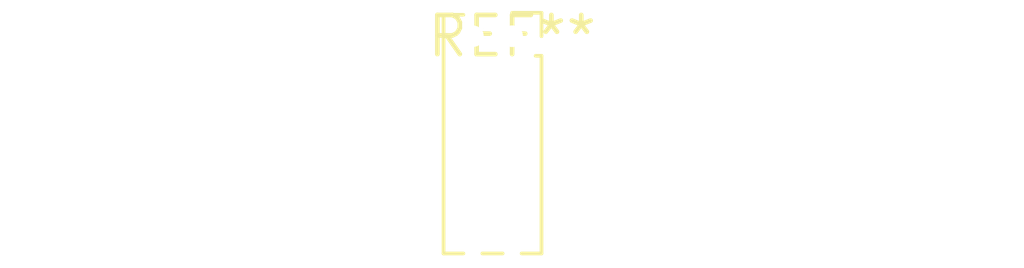
<source format=kicad_pcb>
(kicad_pcb (version 20240108) (generator pcbnew)
  (layers (0 "F.Cu" signal) (31 "B.Cu" signal) (34 "B.Paste" user) (35 "F.Paste" user) (36 "B.SilkS" user "B.Silkscreen") (37 "F.SilkS" user "F.Silkscreen") (38 "B.Mask" user) (39 "F.Mask" user) (44 "Edge.Cuts" user))
  (net 0 "")
  (footprint "PinSocket_2x06_P1.27mm_Vertical" (layer "F.Cu") (at 0 0)
    (property "Reference" "REF**")
    (property "Value" "PinSocket_2x06_P1.27mm_Vertical")
    (fp_line (start -2.22 -0.695) (end -2.22 7.045) (layer "F.SilkS") (stroke (width 0.12)))
    (fp_line (start -2.22 -0.695) (end -1.57753 -0.695) (layer "F.SilkS") (stroke (width 0.12)))
    (fp_line (start -2.22 7.045) (end -1.57753 7.045) (layer "F.SilkS") (stroke (width 0.12)))
    (fp_line (start -0.96247 -0.695) (end -0.76 -0.695) (layer "F.SilkS") (stroke (width 0.12)))
    (fp_line (start -0.96247 7.045) (end -0.30753 7.045) (layer "F.SilkS") (stroke (width 0.12)))
    (fp_line (start 0 -0.76) (end 0.95 -0.76) (layer "F.SilkS") (stroke (width 0.12)))
    (fp_line (start 0.30753 7.045) (end 0.95 7.045) (layer "F.SilkS") (stroke (width 0.12)))
    (fp_line (start 0.76 0.635) (end 0.95 0.635) (layer "F.SilkS") (stroke (width 0.12)))
    (fp_line (start 0.95 -0.76) (end 0.95 0) (layer "F.SilkS") (stroke (width 0.12)))
    (fp_line (start 0.95 0.635) (end 0.95 7.045) (layer "F.SilkS") (stroke (width 0.12)))
    (pad "1" thru_hole rect (at 0 0) (size 1 1) (drill 0.7) (layers *.Cu *.Mask) (remove_unused_layers))
    (pad "2" thru_hole oval (at -1.27 0) (size 1 1) (drill 0.7) (layers *.Cu *.Mask) (remove_unused_layers))
    (pad "3" thru_hole oval (at 0 1.27) (size 1 1) (drill 0.7) (layers *.Cu *.Mask) (remove_unused_layers))
    (pad "4" thru_hole oval (at -1.27 1.27) (size 1 1) (drill 0.7) (layers *.Cu *.Mask) (remove_unused_layers))
    (pad "5" thru_hole oval (at 0 2.54) (size 1 1) (drill 0.7) (layers *.Cu *.Mask) (remove_unused_layers))
    (pad "6" thru_hole oval (at -1.27 2.54) (size 1 1) (drill 0.7) (layers *.Cu *.Mask) (remove_unused_layers))
    (pad "7" thru_hole oval (at 0 3.81) (size 1 1) (drill 0.7) (layers *.Cu *.Mask) (remove_unused_layers))
    (pad "8" thru_hole oval (at -1.27 3.81) (size 1 1) (drill 0.7) (layers *.Cu *.Mask) (remove_unused_layers))
    (pad "9" thru_hole oval (at 0 5.08) (size 1 1) (drill 0.7) (layers *.Cu *.Mask) (remove_unused_layers))
    (pad "10" thru_hole oval (at -1.27 5.08) (size 1 1) (drill 0.7) (layers *.Cu *.Mask) (remove_unused_layers))
    (pad "11" thru_hole oval (at 0 6.35) (size 1 1) (drill 0.7) (layers *.Cu *.Mask) (remove_unused_layers))
    (pad "12" thru_hole oval (at -1.27 6.35) (size 1 1) (drill 0.7) (layers *.Cu *.Mask) (remove_unused_layers))
  )
)
</source>
